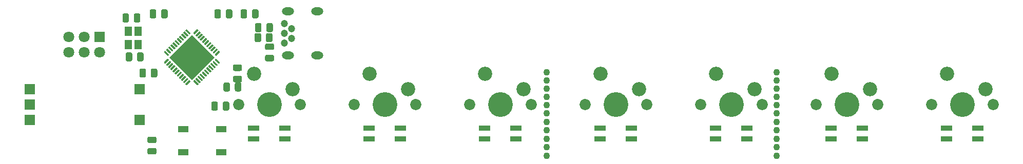
<source format=gbr>
%TF.GenerationSoftware,KiCad,Pcbnew,(5.1.6)-1*%
%TF.CreationDate,2022-02-11T00:07:08-06:00*%
%TF.ProjectId,Pikatea Macropad GB4,50696b61-7465-4612-904d-6163726f7061,rev?*%
%TF.SameCoordinates,Original*%
%TF.FileFunction,Soldermask,Top*%
%TF.FilePolarity,Negative*%
%FSLAX46Y46*%
G04 Gerber Fmt 4.6, Leading zero omitted, Abs format (unit mm)*
G04 Created by KiCad (PCBNEW (5.1.6)-1) date 2022-02-11 00:07:08*
%MOMM*%
%LPD*%
G01*
G04 APERTURE LIST*
%ADD10R,1.900000X0.920000*%
%ADD11C,1.100000*%
%ADD12C,2.350000*%
%ADD13C,4.087800*%
%ADD14C,1.850000*%
%ADD15C,0.100000*%
%ADD16C,1.800000*%
%ADD17R,1.800000X1.800000*%
%ADD18R,1.800000X1.100000*%
%ADD19O,2.000000X1.300000*%
%ADD20C,1.200000*%
%ADD21R,1.300000X1.500000*%
G04 APERTURE END LIST*
D10*
%TO.C,D5*%
X209650000Y-108770000D03*
X204450000Y-110570000D03*
X204450000Y-108770000D03*
X209650000Y-110570000D03*
%TD*%
%TO.C,D7*%
X247750000Y-108770000D03*
X242550000Y-110570000D03*
X242550000Y-108770000D03*
X247750000Y-110570000D03*
%TD*%
%TO.C,D6*%
X228700000Y-108770000D03*
X223500000Y-110570000D03*
X223500000Y-108770000D03*
X228700000Y-110570000D03*
%TD*%
%TO.C,D4*%
X190600000Y-108770000D03*
X185400000Y-110570000D03*
X185400000Y-108770000D03*
X190600000Y-110570000D03*
%TD*%
%TO.C,D3*%
X171550000Y-108770000D03*
X166350000Y-110570000D03*
X166350000Y-108770000D03*
X171550000Y-110570000D03*
%TD*%
%TO.C,D2*%
X152500000Y-108770000D03*
X147300000Y-110570000D03*
X147300000Y-108770000D03*
X152500000Y-110570000D03*
%TD*%
%TO.C,D1*%
X133450000Y-108770000D03*
X128250000Y-110570000D03*
X128250000Y-108770000D03*
X133450000Y-110570000D03*
%TD*%
D11*
%TO.C,J4*%
X214550000Y-113350000D03*
X214550000Y-99600000D03*
X214550000Y-100950000D03*
X214550000Y-102300000D03*
X214550000Y-103650000D03*
X214550000Y-105000000D03*
X214550000Y-111950000D03*
X214550000Y-110550000D03*
X214550000Y-109150000D03*
X214550000Y-107750000D03*
X214550000Y-106350000D03*
%TD*%
%TO.C,J3*%
X176600000Y-113350000D03*
X176600000Y-99600000D03*
X176600000Y-100950000D03*
X176600000Y-102300000D03*
X176600000Y-103650000D03*
X176600000Y-105000000D03*
X176600000Y-111950000D03*
X176600000Y-110550000D03*
X176600000Y-109150000D03*
X176600000Y-107750000D03*
X176600000Y-106350000D03*
%TD*%
D12*
%TO.C,MX7*%
X242610000Y-99840000D03*
D13*
X245150000Y-104920000D03*
D12*
X248960000Y-102380000D03*
D14*
X250230000Y-104920000D03*
X240070000Y-104920000D03*
%TD*%
D12*
%TO.C,MX6*%
X223560000Y-99840000D03*
D13*
X226100000Y-104920000D03*
D12*
X229910000Y-102380000D03*
D14*
X231180000Y-104920000D03*
X221020000Y-104920000D03*
%TD*%
%TO.C,R5*%
G36*
G01*
X129500000Y-93368750D02*
X129500000Y-94331250D01*
G75*
G02*
X129231250Y-94600000I-268750J0D01*
G01*
X128693750Y-94600000D01*
G75*
G02*
X128425000Y-94331250I0J268750D01*
G01*
X128425000Y-93368750D01*
G75*
G02*
X128693750Y-93100000I268750J0D01*
G01*
X129231250Y-93100000D01*
G75*
G02*
X129500000Y-93368750I0J-268750D01*
G01*
G37*
G36*
G01*
X131375000Y-93368750D02*
X131375000Y-94331250D01*
G75*
G02*
X131106250Y-94600000I-268750J0D01*
G01*
X130568750Y-94600000D01*
G75*
G02*
X130300000Y-94331250I0J268750D01*
G01*
X130300000Y-93368750D01*
G75*
G02*
X130568750Y-93100000I268750J0D01*
G01*
X131106250Y-93100000D01*
G75*
G02*
X131375000Y-93368750I0J-268750D01*
G01*
G37*
%TD*%
%TO.C,R4*%
G36*
G01*
X129562500Y-91708750D02*
X129562500Y-92671250D01*
G75*
G02*
X129293750Y-92940000I-268750J0D01*
G01*
X128756250Y-92940000D01*
G75*
G02*
X128487500Y-92671250I0J268750D01*
G01*
X128487500Y-91708750D01*
G75*
G02*
X128756250Y-91440000I268750J0D01*
G01*
X129293750Y-91440000D01*
G75*
G02*
X129562500Y-91708750I0J-268750D01*
G01*
G37*
G36*
G01*
X131437500Y-91708750D02*
X131437500Y-92671250D01*
G75*
G02*
X131168750Y-92940000I-268750J0D01*
G01*
X130631250Y-92940000D01*
G75*
G02*
X130362500Y-92671250I0J268750D01*
G01*
X130362500Y-91708750D01*
G75*
G02*
X130631250Y-91440000I268750J0D01*
G01*
X131168750Y-91440000D01*
G75*
G02*
X131437500Y-91708750I0J-268750D01*
G01*
G37*
%TD*%
%TO.C,R3*%
G36*
G01*
X111024750Y-112081500D02*
X111987250Y-112081500D01*
G75*
G02*
X112256000Y-112350250I0J-268750D01*
G01*
X112256000Y-112887750D01*
G75*
G02*
X111987250Y-113156500I-268750J0D01*
G01*
X111024750Y-113156500D01*
G75*
G02*
X110756000Y-112887750I0J268750D01*
G01*
X110756000Y-112350250D01*
G75*
G02*
X111024750Y-112081500I268750J0D01*
G01*
G37*
G36*
G01*
X111024750Y-110206500D02*
X111987250Y-110206500D01*
G75*
G02*
X112256000Y-110475250I0J-268750D01*
G01*
X112256000Y-111012750D01*
G75*
G02*
X111987250Y-111281500I-268750J0D01*
G01*
X111024750Y-111281500D01*
G75*
G02*
X110756000Y-111012750I0J268750D01*
G01*
X110756000Y-110475250D01*
G75*
G02*
X111024750Y-110206500I268750J0D01*
G01*
G37*
%TD*%
%TO.C,C10*%
G36*
G01*
X125162500Y-102481250D02*
X125162500Y-101518750D01*
G75*
G02*
X125431250Y-101250000I268750J0D01*
G01*
X125968750Y-101250000D01*
G75*
G02*
X126237500Y-101518750I0J-268750D01*
G01*
X126237500Y-102481250D01*
G75*
G02*
X125968750Y-102750000I-268750J0D01*
G01*
X125431250Y-102750000D01*
G75*
G02*
X125162500Y-102481250I0J268750D01*
G01*
G37*
G36*
G01*
X123287500Y-102481250D02*
X123287500Y-101518750D01*
G75*
G02*
X123556250Y-101250000I268750J0D01*
G01*
X124093750Y-101250000D01*
G75*
G02*
X124362500Y-101518750I0J-268750D01*
G01*
X124362500Y-102481250D01*
G75*
G02*
X124093750Y-102750000I-268750J0D01*
G01*
X123556250Y-102750000D01*
G75*
G02*
X123287500Y-102481250I0J268750D01*
G01*
G37*
%TD*%
%TO.C,C9*%
G36*
G01*
X127986500Y-90397250D02*
X127986500Y-89434750D01*
G75*
G02*
X128255250Y-89166000I268750J0D01*
G01*
X128792750Y-89166000D01*
G75*
G02*
X129061500Y-89434750I0J-268750D01*
G01*
X129061500Y-90397250D01*
G75*
G02*
X128792750Y-90666000I-268750J0D01*
G01*
X128255250Y-90666000D01*
G75*
G02*
X127986500Y-90397250I0J268750D01*
G01*
G37*
G36*
G01*
X126111500Y-90397250D02*
X126111500Y-89434750D01*
G75*
G02*
X126380250Y-89166000I268750J0D01*
G01*
X126917750Y-89166000D01*
G75*
G02*
X127186500Y-89434750I0J-268750D01*
G01*
X127186500Y-90397250D01*
G75*
G02*
X126917750Y-90666000I-268750J0D01*
G01*
X126380250Y-90666000D01*
G75*
G02*
X126111500Y-90397250I0J268750D01*
G01*
G37*
%TD*%
%TO.C,C8*%
G36*
G01*
X108500000Y-91081250D02*
X108500000Y-90118750D01*
G75*
G02*
X108768750Y-89850000I268750J0D01*
G01*
X109306250Y-89850000D01*
G75*
G02*
X109575000Y-90118750I0J-268750D01*
G01*
X109575000Y-91081250D01*
G75*
G02*
X109306250Y-91350000I-268750J0D01*
G01*
X108768750Y-91350000D01*
G75*
G02*
X108500000Y-91081250I0J268750D01*
G01*
G37*
G36*
G01*
X106625000Y-91081250D02*
X106625000Y-90118750D01*
G75*
G02*
X106893750Y-89850000I268750J0D01*
G01*
X107431250Y-89850000D01*
G75*
G02*
X107700000Y-90118750I0J-268750D01*
G01*
X107700000Y-91081250D01*
G75*
G02*
X107431250Y-91350000I-268750J0D01*
G01*
X106893750Y-91350000D01*
G75*
G02*
X106625000Y-91081250I0J268750D01*
G01*
G37*
%TD*%
%TO.C,C7*%
G36*
G01*
X108233500Y-96546750D02*
X108233500Y-97509250D01*
G75*
G02*
X107964750Y-97778000I-268750J0D01*
G01*
X107427250Y-97778000D01*
G75*
G02*
X107158500Y-97509250I0J268750D01*
G01*
X107158500Y-96546750D01*
G75*
G02*
X107427250Y-96278000I268750J0D01*
G01*
X107964750Y-96278000D01*
G75*
G02*
X108233500Y-96546750I0J-268750D01*
G01*
G37*
G36*
G01*
X110108500Y-96546750D02*
X110108500Y-97509250D01*
G75*
G02*
X109839750Y-97778000I-268750J0D01*
G01*
X109302250Y-97778000D01*
G75*
G02*
X109033500Y-97509250I0J268750D01*
G01*
X109033500Y-96546750D01*
G75*
G02*
X109302250Y-96278000I268750J0D01*
G01*
X109839750Y-96278000D01*
G75*
G02*
X110108500Y-96546750I0J-268750D01*
G01*
G37*
%TD*%
%TO.C,C5*%
G36*
G01*
X123160500Y-105637250D02*
X123160500Y-104674750D01*
G75*
G02*
X123429250Y-104406000I268750J0D01*
G01*
X123966750Y-104406000D01*
G75*
G02*
X124235500Y-104674750I0J-268750D01*
G01*
X124235500Y-105637250D01*
G75*
G02*
X123966750Y-105906000I-268750J0D01*
G01*
X123429250Y-105906000D01*
G75*
G02*
X123160500Y-105637250I0J268750D01*
G01*
G37*
G36*
G01*
X121285500Y-105637250D02*
X121285500Y-104674750D01*
G75*
G02*
X121554250Y-104406000I268750J0D01*
G01*
X122091750Y-104406000D01*
G75*
G02*
X122360500Y-104674750I0J-268750D01*
G01*
X122360500Y-105637250D01*
G75*
G02*
X122091750Y-105906000I-268750J0D01*
G01*
X121554250Y-105906000D01*
G75*
G02*
X121285500Y-105637250I0J268750D01*
G01*
G37*
%TD*%
%TO.C,C4*%
G36*
G01*
X126081250Y-99362500D02*
X125118750Y-99362500D01*
G75*
G02*
X124850000Y-99093750I0J268750D01*
G01*
X124850000Y-98556250D01*
G75*
G02*
X125118750Y-98287500I268750J0D01*
G01*
X126081250Y-98287500D01*
G75*
G02*
X126350000Y-98556250I0J-268750D01*
G01*
X126350000Y-99093750D01*
G75*
G02*
X126081250Y-99362500I-268750J0D01*
G01*
G37*
G36*
G01*
X126081250Y-101237500D02*
X125118750Y-101237500D01*
G75*
G02*
X124850000Y-100968750I0J268750D01*
G01*
X124850000Y-100431250D01*
G75*
G02*
X125118750Y-100162500I268750J0D01*
G01*
X126081250Y-100162500D01*
G75*
G02*
X126350000Y-100431250I0J-268750D01*
G01*
X126350000Y-100968750D01*
G75*
G02*
X126081250Y-101237500I-268750J0D01*
G01*
G37*
%TD*%
%TO.C,C3*%
G36*
G01*
X110512500Y-99218750D02*
X110512500Y-100181250D01*
G75*
G02*
X110243750Y-100450000I-268750J0D01*
G01*
X109706250Y-100450000D01*
G75*
G02*
X109437500Y-100181250I0J268750D01*
G01*
X109437500Y-99218750D01*
G75*
G02*
X109706250Y-98950000I268750J0D01*
G01*
X110243750Y-98950000D01*
G75*
G02*
X110512500Y-99218750I0J-268750D01*
G01*
G37*
G36*
G01*
X112387500Y-99218750D02*
X112387500Y-100181250D01*
G75*
G02*
X112118750Y-100450000I-268750J0D01*
G01*
X111581250Y-100450000D01*
G75*
G02*
X111312500Y-100181250I0J268750D01*
G01*
X111312500Y-99218750D01*
G75*
G02*
X111581250Y-98950000I268750J0D01*
G01*
X112118750Y-98950000D01*
G75*
G02*
X112387500Y-99218750I0J-268750D01*
G01*
G37*
%TD*%
%TO.C,C2*%
G36*
G01*
X123668500Y-90397250D02*
X123668500Y-89434750D01*
G75*
G02*
X123937250Y-89166000I268750J0D01*
G01*
X124474750Y-89166000D01*
G75*
G02*
X124743500Y-89434750I0J-268750D01*
G01*
X124743500Y-90397250D01*
G75*
G02*
X124474750Y-90666000I-268750J0D01*
G01*
X123937250Y-90666000D01*
G75*
G02*
X123668500Y-90397250I0J268750D01*
G01*
G37*
G36*
G01*
X121793500Y-90397250D02*
X121793500Y-89434750D01*
G75*
G02*
X122062250Y-89166000I268750J0D01*
G01*
X122599750Y-89166000D01*
G75*
G02*
X122868500Y-89434750I0J-268750D01*
G01*
X122868500Y-90397250D01*
G75*
G02*
X122599750Y-90666000I-268750J0D01*
G01*
X122062250Y-90666000D01*
G75*
G02*
X121793500Y-90397250I0J268750D01*
G01*
G37*
%TD*%
%TO.C,C1*%
G36*
G01*
X112200500Y-89434750D02*
X112200500Y-90397250D01*
G75*
G02*
X111931750Y-90666000I-268750J0D01*
G01*
X111394250Y-90666000D01*
G75*
G02*
X111125500Y-90397250I0J268750D01*
G01*
X111125500Y-89434750D01*
G75*
G02*
X111394250Y-89166000I268750J0D01*
G01*
X111931750Y-89166000D01*
G75*
G02*
X112200500Y-89434750I0J-268750D01*
G01*
G37*
G36*
G01*
X114075500Y-89434750D02*
X114075500Y-90397250D01*
G75*
G02*
X113806750Y-90666000I-268750J0D01*
G01*
X113269250Y-90666000D01*
G75*
G02*
X113000500Y-90397250I0J268750D01*
G01*
X113000500Y-89434750D01*
G75*
G02*
X113269250Y-89166000I268750J0D01*
G01*
X113806750Y-89166000D01*
G75*
G02*
X114075500Y-89434750I0J-268750D01*
G01*
G37*
%TD*%
%TO.C,C6*%
G36*
G01*
X130418750Y-94812500D02*
X131381250Y-94812500D01*
G75*
G02*
X131650000Y-95081250I0J-268750D01*
G01*
X131650000Y-95618750D01*
G75*
G02*
X131381250Y-95887500I-268750J0D01*
G01*
X130418750Y-95887500D01*
G75*
G02*
X130150000Y-95618750I0J268750D01*
G01*
X130150000Y-95081250D01*
G75*
G02*
X130418750Y-94812500I268750J0D01*
G01*
G37*
G36*
G01*
X130418750Y-96687500D02*
X131381250Y-96687500D01*
G75*
G02*
X131650000Y-96956250I0J-268750D01*
G01*
X131650000Y-97493750D01*
G75*
G02*
X131381250Y-97762500I-268750J0D01*
G01*
X130418750Y-97762500D01*
G75*
G02*
X130150000Y-97493750I0J268750D01*
G01*
X130150000Y-96956250D01*
G75*
G02*
X130418750Y-96687500I268750J0D01*
G01*
G37*
%TD*%
D15*
%TO.C,U1*%
G36*
X118090000Y-93377689D02*
G01*
X121802311Y-97090000D01*
X118090000Y-100802311D01*
X114377689Y-97090000D01*
X118090000Y-93377689D01*
G37*
G36*
G01*
X122129348Y-97346327D02*
X122695034Y-97912012D01*
G75*
G02*
X122695034Y-98035756I-61872J-61872D01*
G01*
X122571290Y-98159500D01*
G75*
G02*
X122447546Y-98159500I-61872J61872D01*
G01*
X121881860Y-97593814D01*
G75*
G02*
X121881860Y-97470070I61872J61872D01*
G01*
X122005604Y-97346326D01*
G75*
G02*
X122129348Y-97346326I61872J-61872D01*
G01*
G37*
G36*
G01*
X121775794Y-97699880D02*
X122341480Y-98265565D01*
G75*
G02*
X122341480Y-98389309I-61872J-61872D01*
G01*
X122217736Y-98513053D01*
G75*
G02*
X122093992Y-98513053I-61872J61872D01*
G01*
X121528306Y-97947367D01*
G75*
G02*
X121528306Y-97823623I61872J61872D01*
G01*
X121652050Y-97699879D01*
G75*
G02*
X121775794Y-97699879I61872J-61872D01*
G01*
G37*
G36*
G01*
X121422241Y-98053433D02*
X121987927Y-98619118D01*
G75*
G02*
X121987927Y-98742862I-61872J-61872D01*
G01*
X121864183Y-98866606D01*
G75*
G02*
X121740439Y-98866606I-61872J61872D01*
G01*
X121174753Y-98300920D01*
G75*
G02*
X121174753Y-98177176I61872J61872D01*
G01*
X121298497Y-98053432D01*
G75*
G02*
X121422241Y-98053432I61872J-61872D01*
G01*
G37*
G36*
G01*
X121068687Y-98406987D02*
X121634373Y-98972672D01*
G75*
G02*
X121634373Y-99096416I-61872J-61872D01*
G01*
X121510629Y-99220160D01*
G75*
G02*
X121386885Y-99220160I-61872J61872D01*
G01*
X120821199Y-98654474D01*
G75*
G02*
X120821199Y-98530730I61872J61872D01*
G01*
X120944943Y-98406986D01*
G75*
G02*
X121068687Y-98406986I61872J-61872D01*
G01*
G37*
G36*
G01*
X120715134Y-98760540D02*
X121280820Y-99326225D01*
G75*
G02*
X121280820Y-99449969I-61872J-61872D01*
G01*
X121157076Y-99573713D01*
G75*
G02*
X121033332Y-99573713I-61872J61872D01*
G01*
X120467646Y-99008027D01*
G75*
G02*
X120467646Y-98884283I61872J61872D01*
G01*
X120591390Y-98760539D01*
G75*
G02*
X120715134Y-98760539I61872J-61872D01*
G01*
G37*
G36*
G01*
X120361581Y-99114094D02*
X120927267Y-99679779D01*
G75*
G02*
X120927267Y-99803523I-61872J-61872D01*
G01*
X120803523Y-99927267D01*
G75*
G02*
X120679779Y-99927267I-61872J61872D01*
G01*
X120114093Y-99361581D01*
G75*
G02*
X120114093Y-99237837I61872J61872D01*
G01*
X120237837Y-99114093D01*
G75*
G02*
X120361581Y-99114093I61872J-61872D01*
G01*
G37*
G36*
G01*
X120008027Y-99467647D02*
X120573713Y-100033332D01*
G75*
G02*
X120573713Y-100157076I-61872J-61872D01*
G01*
X120449969Y-100280820D01*
G75*
G02*
X120326225Y-100280820I-61872J61872D01*
G01*
X119760539Y-99715134D01*
G75*
G02*
X119760539Y-99591390I61872J61872D01*
G01*
X119884283Y-99467646D01*
G75*
G02*
X120008027Y-99467646I61872J-61872D01*
G01*
G37*
G36*
G01*
X119654474Y-99821200D02*
X120220160Y-100386885D01*
G75*
G02*
X120220160Y-100510629I-61872J-61872D01*
G01*
X120096416Y-100634373D01*
G75*
G02*
X119972672Y-100634373I-61872J61872D01*
G01*
X119406986Y-100068687D01*
G75*
G02*
X119406986Y-99944943I61872J61872D01*
G01*
X119530730Y-99821199D01*
G75*
G02*
X119654474Y-99821199I61872J-61872D01*
G01*
G37*
G36*
G01*
X119300920Y-100174754D02*
X119866606Y-100740439D01*
G75*
G02*
X119866606Y-100864183I-61872J-61872D01*
G01*
X119742862Y-100987927D01*
G75*
G02*
X119619118Y-100987927I-61872J61872D01*
G01*
X119053432Y-100422241D01*
G75*
G02*
X119053432Y-100298497I61872J61872D01*
G01*
X119177176Y-100174753D01*
G75*
G02*
X119300920Y-100174753I61872J-61872D01*
G01*
G37*
G36*
G01*
X118947367Y-100528307D02*
X119513053Y-101093992D01*
G75*
G02*
X119513053Y-101217736I-61872J-61872D01*
G01*
X119389309Y-101341480D01*
G75*
G02*
X119265565Y-101341480I-61872J61872D01*
G01*
X118699879Y-100775794D01*
G75*
G02*
X118699879Y-100652050I61872J61872D01*
G01*
X118823623Y-100528306D01*
G75*
G02*
X118947367Y-100528306I61872J-61872D01*
G01*
G37*
G36*
G01*
X118593814Y-100881861D02*
X119159500Y-101447546D01*
G75*
G02*
X119159500Y-101571290I-61872J-61872D01*
G01*
X119035756Y-101695034D01*
G75*
G02*
X118912012Y-101695034I-61872J61872D01*
G01*
X118346326Y-101129348D01*
G75*
G02*
X118346326Y-101005604I61872J61872D01*
G01*
X118470070Y-100881860D01*
G75*
G02*
X118593814Y-100881860I61872J-61872D01*
G01*
G37*
G36*
G01*
X117709930Y-100881861D02*
X117833674Y-101005604D01*
G75*
G02*
X117833674Y-101129348I-61872J-61872D01*
G01*
X117267988Y-101695034D01*
G75*
G02*
X117144244Y-101695034I-61872J61872D01*
G01*
X117020500Y-101571290D01*
G75*
G02*
X117020500Y-101447546I61872J61872D01*
G01*
X117586186Y-100881860D01*
G75*
G02*
X117709930Y-100881860I61872J-61872D01*
G01*
G37*
G36*
G01*
X117356377Y-100528307D02*
X117480121Y-100652050D01*
G75*
G02*
X117480121Y-100775794I-61872J-61872D01*
G01*
X116914435Y-101341480D01*
G75*
G02*
X116790691Y-101341480I-61872J61872D01*
G01*
X116666947Y-101217736D01*
G75*
G02*
X116666947Y-101093992I61872J61872D01*
G01*
X117232633Y-100528306D01*
G75*
G02*
X117356377Y-100528306I61872J-61872D01*
G01*
G37*
G36*
G01*
X117002824Y-100174754D02*
X117126568Y-100298497D01*
G75*
G02*
X117126568Y-100422241I-61872J-61872D01*
G01*
X116560882Y-100987927D01*
G75*
G02*
X116437138Y-100987927I-61872J61872D01*
G01*
X116313394Y-100864183D01*
G75*
G02*
X116313394Y-100740439I61872J61872D01*
G01*
X116879080Y-100174753D01*
G75*
G02*
X117002824Y-100174753I61872J-61872D01*
G01*
G37*
G36*
G01*
X116649270Y-99821200D02*
X116773014Y-99944943D01*
G75*
G02*
X116773014Y-100068687I-61872J-61872D01*
G01*
X116207328Y-100634373D01*
G75*
G02*
X116083584Y-100634373I-61872J61872D01*
G01*
X115959840Y-100510629D01*
G75*
G02*
X115959840Y-100386885I61872J61872D01*
G01*
X116525526Y-99821199D01*
G75*
G02*
X116649270Y-99821199I61872J-61872D01*
G01*
G37*
G36*
G01*
X116295717Y-99467647D02*
X116419461Y-99591390D01*
G75*
G02*
X116419461Y-99715134I-61872J-61872D01*
G01*
X115853775Y-100280820D01*
G75*
G02*
X115730031Y-100280820I-61872J61872D01*
G01*
X115606287Y-100157076D01*
G75*
G02*
X115606287Y-100033332I61872J61872D01*
G01*
X116171973Y-99467646D01*
G75*
G02*
X116295717Y-99467646I61872J-61872D01*
G01*
G37*
G36*
G01*
X115942163Y-99114094D02*
X116065907Y-99237837D01*
G75*
G02*
X116065907Y-99361581I-61872J-61872D01*
G01*
X115500221Y-99927267D01*
G75*
G02*
X115376477Y-99927267I-61872J61872D01*
G01*
X115252733Y-99803523D01*
G75*
G02*
X115252733Y-99679779I61872J61872D01*
G01*
X115818419Y-99114093D01*
G75*
G02*
X115942163Y-99114093I61872J-61872D01*
G01*
G37*
G36*
G01*
X115588610Y-98760540D02*
X115712354Y-98884283D01*
G75*
G02*
X115712354Y-99008027I-61872J-61872D01*
G01*
X115146668Y-99573713D01*
G75*
G02*
X115022924Y-99573713I-61872J61872D01*
G01*
X114899180Y-99449969D01*
G75*
G02*
X114899180Y-99326225I61872J61872D01*
G01*
X115464866Y-98760539D01*
G75*
G02*
X115588610Y-98760539I61872J-61872D01*
G01*
G37*
G36*
G01*
X115235057Y-98406987D02*
X115358801Y-98530730D01*
G75*
G02*
X115358801Y-98654474I-61872J-61872D01*
G01*
X114793115Y-99220160D01*
G75*
G02*
X114669371Y-99220160I-61872J61872D01*
G01*
X114545627Y-99096416D01*
G75*
G02*
X114545627Y-98972672I61872J61872D01*
G01*
X115111313Y-98406986D01*
G75*
G02*
X115235057Y-98406986I61872J-61872D01*
G01*
G37*
G36*
G01*
X114881503Y-98053433D02*
X115005247Y-98177176D01*
G75*
G02*
X115005247Y-98300920I-61872J-61872D01*
G01*
X114439561Y-98866606D01*
G75*
G02*
X114315817Y-98866606I-61872J61872D01*
G01*
X114192073Y-98742862D01*
G75*
G02*
X114192073Y-98619118I61872J61872D01*
G01*
X114757759Y-98053432D01*
G75*
G02*
X114881503Y-98053432I61872J-61872D01*
G01*
G37*
G36*
G01*
X114527950Y-97699880D02*
X114651694Y-97823623D01*
G75*
G02*
X114651694Y-97947367I-61872J-61872D01*
G01*
X114086008Y-98513053D01*
G75*
G02*
X113962264Y-98513053I-61872J61872D01*
G01*
X113838520Y-98389309D01*
G75*
G02*
X113838520Y-98265565I61872J61872D01*
G01*
X114404206Y-97699879D01*
G75*
G02*
X114527950Y-97699879I61872J-61872D01*
G01*
G37*
G36*
G01*
X114174396Y-97346327D02*
X114298140Y-97470070D01*
G75*
G02*
X114298140Y-97593814I-61872J-61872D01*
G01*
X113732454Y-98159500D01*
G75*
G02*
X113608710Y-98159500I-61872J61872D01*
G01*
X113484966Y-98035756D01*
G75*
G02*
X113484966Y-97912012I61872J61872D01*
G01*
X114050652Y-97346326D01*
G75*
G02*
X114174396Y-97346326I61872J-61872D01*
G01*
G37*
G36*
G01*
X113732454Y-96020501D02*
X114298140Y-96586186D01*
G75*
G02*
X114298140Y-96709930I-61872J-61872D01*
G01*
X114174396Y-96833674D01*
G75*
G02*
X114050652Y-96833674I-61872J61872D01*
G01*
X113484966Y-96267988D01*
G75*
G02*
X113484966Y-96144244I61872J61872D01*
G01*
X113608710Y-96020500D01*
G75*
G02*
X113732454Y-96020500I61872J-61872D01*
G01*
G37*
G36*
G01*
X114086008Y-95666948D02*
X114651694Y-96232633D01*
G75*
G02*
X114651694Y-96356377I-61872J-61872D01*
G01*
X114527950Y-96480121D01*
G75*
G02*
X114404206Y-96480121I-61872J61872D01*
G01*
X113838520Y-95914435D01*
G75*
G02*
X113838520Y-95790691I61872J61872D01*
G01*
X113962264Y-95666947D01*
G75*
G02*
X114086008Y-95666947I61872J-61872D01*
G01*
G37*
G36*
G01*
X114439561Y-95313395D02*
X115005247Y-95879080D01*
G75*
G02*
X115005247Y-96002824I-61872J-61872D01*
G01*
X114881503Y-96126568D01*
G75*
G02*
X114757759Y-96126568I-61872J61872D01*
G01*
X114192073Y-95560882D01*
G75*
G02*
X114192073Y-95437138I61872J61872D01*
G01*
X114315817Y-95313394D01*
G75*
G02*
X114439561Y-95313394I61872J-61872D01*
G01*
G37*
G36*
G01*
X114793115Y-94959841D02*
X115358801Y-95525526D01*
G75*
G02*
X115358801Y-95649270I-61872J-61872D01*
G01*
X115235057Y-95773014D01*
G75*
G02*
X115111313Y-95773014I-61872J61872D01*
G01*
X114545627Y-95207328D01*
G75*
G02*
X114545627Y-95083584I61872J61872D01*
G01*
X114669371Y-94959840D01*
G75*
G02*
X114793115Y-94959840I61872J-61872D01*
G01*
G37*
G36*
G01*
X115146668Y-94606288D02*
X115712354Y-95171973D01*
G75*
G02*
X115712354Y-95295717I-61872J-61872D01*
G01*
X115588610Y-95419461D01*
G75*
G02*
X115464866Y-95419461I-61872J61872D01*
G01*
X114899180Y-94853775D01*
G75*
G02*
X114899180Y-94730031I61872J61872D01*
G01*
X115022924Y-94606287D01*
G75*
G02*
X115146668Y-94606287I61872J-61872D01*
G01*
G37*
G36*
G01*
X115500221Y-94252734D02*
X116065907Y-94818419D01*
G75*
G02*
X116065907Y-94942163I-61872J-61872D01*
G01*
X115942163Y-95065907D01*
G75*
G02*
X115818419Y-95065907I-61872J61872D01*
G01*
X115252733Y-94500221D01*
G75*
G02*
X115252733Y-94376477I61872J61872D01*
G01*
X115376477Y-94252733D01*
G75*
G02*
X115500221Y-94252733I61872J-61872D01*
G01*
G37*
G36*
G01*
X115853775Y-93899181D02*
X116419461Y-94464866D01*
G75*
G02*
X116419461Y-94588610I-61872J-61872D01*
G01*
X116295717Y-94712354D01*
G75*
G02*
X116171973Y-94712354I-61872J61872D01*
G01*
X115606287Y-94146668D01*
G75*
G02*
X115606287Y-94022924I61872J61872D01*
G01*
X115730031Y-93899180D01*
G75*
G02*
X115853775Y-93899180I61872J-61872D01*
G01*
G37*
G36*
G01*
X116207328Y-93545628D02*
X116773014Y-94111313D01*
G75*
G02*
X116773014Y-94235057I-61872J-61872D01*
G01*
X116649270Y-94358801D01*
G75*
G02*
X116525526Y-94358801I-61872J61872D01*
G01*
X115959840Y-93793115D01*
G75*
G02*
X115959840Y-93669371I61872J61872D01*
G01*
X116083584Y-93545627D01*
G75*
G02*
X116207328Y-93545627I61872J-61872D01*
G01*
G37*
G36*
G01*
X116560882Y-93192074D02*
X117126568Y-93757759D01*
G75*
G02*
X117126568Y-93881503I-61872J-61872D01*
G01*
X117002824Y-94005247D01*
G75*
G02*
X116879080Y-94005247I-61872J61872D01*
G01*
X116313394Y-93439561D01*
G75*
G02*
X116313394Y-93315817I61872J61872D01*
G01*
X116437138Y-93192073D01*
G75*
G02*
X116560882Y-93192073I61872J-61872D01*
G01*
G37*
G36*
G01*
X116914435Y-92838521D02*
X117480121Y-93404206D01*
G75*
G02*
X117480121Y-93527950I-61872J-61872D01*
G01*
X117356377Y-93651694D01*
G75*
G02*
X117232633Y-93651694I-61872J61872D01*
G01*
X116666947Y-93086008D01*
G75*
G02*
X116666947Y-92962264I61872J61872D01*
G01*
X116790691Y-92838520D01*
G75*
G02*
X116914435Y-92838520I61872J-61872D01*
G01*
G37*
G36*
G01*
X117267988Y-92484967D02*
X117833674Y-93050652D01*
G75*
G02*
X117833674Y-93174396I-61872J-61872D01*
G01*
X117709930Y-93298140D01*
G75*
G02*
X117586186Y-93298140I-61872J61872D01*
G01*
X117020500Y-92732454D01*
G75*
G02*
X117020500Y-92608710I61872J61872D01*
G01*
X117144244Y-92484966D01*
G75*
G02*
X117267988Y-92484966I61872J-61872D01*
G01*
G37*
G36*
G01*
X119035756Y-92484967D02*
X119159500Y-92608710D01*
G75*
G02*
X119159500Y-92732454I-61872J-61872D01*
G01*
X118593814Y-93298140D01*
G75*
G02*
X118470070Y-93298140I-61872J61872D01*
G01*
X118346326Y-93174396D01*
G75*
G02*
X118346326Y-93050652I61872J61872D01*
G01*
X118912012Y-92484966D01*
G75*
G02*
X119035756Y-92484966I61872J-61872D01*
G01*
G37*
G36*
G01*
X119389309Y-92838521D02*
X119513053Y-92962264D01*
G75*
G02*
X119513053Y-93086008I-61872J-61872D01*
G01*
X118947367Y-93651694D01*
G75*
G02*
X118823623Y-93651694I-61872J61872D01*
G01*
X118699879Y-93527950D01*
G75*
G02*
X118699879Y-93404206I61872J61872D01*
G01*
X119265565Y-92838520D01*
G75*
G02*
X119389309Y-92838520I61872J-61872D01*
G01*
G37*
G36*
G01*
X119742862Y-93192074D02*
X119866606Y-93315817D01*
G75*
G02*
X119866606Y-93439561I-61872J-61872D01*
G01*
X119300920Y-94005247D01*
G75*
G02*
X119177176Y-94005247I-61872J61872D01*
G01*
X119053432Y-93881503D01*
G75*
G02*
X119053432Y-93757759I61872J61872D01*
G01*
X119619118Y-93192073D01*
G75*
G02*
X119742862Y-93192073I61872J-61872D01*
G01*
G37*
G36*
G01*
X120096416Y-93545628D02*
X120220160Y-93669371D01*
G75*
G02*
X120220160Y-93793115I-61872J-61872D01*
G01*
X119654474Y-94358801D01*
G75*
G02*
X119530730Y-94358801I-61872J61872D01*
G01*
X119406986Y-94235057D01*
G75*
G02*
X119406986Y-94111313I61872J61872D01*
G01*
X119972672Y-93545627D01*
G75*
G02*
X120096416Y-93545627I61872J-61872D01*
G01*
G37*
G36*
G01*
X120449969Y-93899181D02*
X120573713Y-94022924D01*
G75*
G02*
X120573713Y-94146668I-61872J-61872D01*
G01*
X120008027Y-94712354D01*
G75*
G02*
X119884283Y-94712354I-61872J61872D01*
G01*
X119760539Y-94588610D01*
G75*
G02*
X119760539Y-94464866I61872J61872D01*
G01*
X120326225Y-93899180D01*
G75*
G02*
X120449969Y-93899180I61872J-61872D01*
G01*
G37*
G36*
G01*
X120803523Y-94252734D02*
X120927267Y-94376477D01*
G75*
G02*
X120927267Y-94500221I-61872J-61872D01*
G01*
X120361581Y-95065907D01*
G75*
G02*
X120237837Y-95065907I-61872J61872D01*
G01*
X120114093Y-94942163D01*
G75*
G02*
X120114093Y-94818419I61872J61872D01*
G01*
X120679779Y-94252733D01*
G75*
G02*
X120803523Y-94252733I61872J-61872D01*
G01*
G37*
G36*
G01*
X121157076Y-94606288D02*
X121280820Y-94730031D01*
G75*
G02*
X121280820Y-94853775I-61872J-61872D01*
G01*
X120715134Y-95419461D01*
G75*
G02*
X120591390Y-95419461I-61872J61872D01*
G01*
X120467646Y-95295717D01*
G75*
G02*
X120467646Y-95171973I61872J61872D01*
G01*
X121033332Y-94606287D01*
G75*
G02*
X121157076Y-94606287I61872J-61872D01*
G01*
G37*
G36*
G01*
X121510629Y-94959841D02*
X121634373Y-95083584D01*
G75*
G02*
X121634373Y-95207328I-61872J-61872D01*
G01*
X121068687Y-95773014D01*
G75*
G02*
X120944943Y-95773014I-61872J61872D01*
G01*
X120821199Y-95649270D01*
G75*
G02*
X120821199Y-95525526I61872J61872D01*
G01*
X121386885Y-94959840D01*
G75*
G02*
X121510629Y-94959840I61872J-61872D01*
G01*
G37*
G36*
G01*
X121864183Y-95313395D02*
X121987927Y-95437138D01*
G75*
G02*
X121987927Y-95560882I-61872J-61872D01*
G01*
X121422241Y-96126568D01*
G75*
G02*
X121298497Y-96126568I-61872J61872D01*
G01*
X121174753Y-96002824D01*
G75*
G02*
X121174753Y-95879080I61872J61872D01*
G01*
X121740439Y-95313394D01*
G75*
G02*
X121864183Y-95313394I61872J-61872D01*
G01*
G37*
G36*
G01*
X122217736Y-95666948D02*
X122341480Y-95790691D01*
G75*
G02*
X122341480Y-95914435I-61872J-61872D01*
G01*
X121775794Y-96480121D01*
G75*
G02*
X121652050Y-96480121I-61872J61872D01*
G01*
X121528306Y-96356377D01*
G75*
G02*
X121528306Y-96232633I61872J61872D01*
G01*
X122093992Y-95666947D01*
G75*
G02*
X122217736Y-95666947I61872J-61872D01*
G01*
G37*
G36*
G01*
X122571290Y-96020501D02*
X122695034Y-96144244D01*
G75*
G02*
X122695034Y-96267988I-61872J-61872D01*
G01*
X122129348Y-96833674D01*
G75*
G02*
X122005604Y-96833674I-61872J61872D01*
G01*
X121881860Y-96709930D01*
G75*
G02*
X121881860Y-96586186I61872J61872D01*
G01*
X122447546Y-96020500D01*
G75*
G02*
X122571290Y-96020500I61872J-61872D01*
G01*
G37*
%TD*%
D12*
%TO.C,MX5*%
X204510000Y-99840000D03*
D13*
X207050000Y-104920000D03*
D12*
X210860000Y-102380000D03*
D14*
X212130000Y-104920000D03*
X201970000Y-104920000D03*
%TD*%
D12*
%TO.C,MX4*%
X185460000Y-99840000D03*
D13*
X188000000Y-104920000D03*
D12*
X191810000Y-102380000D03*
D14*
X193080000Y-104920000D03*
X182920000Y-104920000D03*
%TD*%
D12*
%TO.C,MX3*%
X166410000Y-99840000D03*
D13*
X168950000Y-104920000D03*
D12*
X172760000Y-102380000D03*
D14*
X174030000Y-104920000D03*
X163870000Y-104920000D03*
%TD*%
%TO.C,MX2*%
X144820000Y-104920000D03*
X154980000Y-104920000D03*
D12*
X153710000Y-102380000D03*
D13*
X149900000Y-104920000D03*
D12*
X147360000Y-99840000D03*
%TD*%
D14*
%TO.C,MX1*%
X125770000Y-104920000D03*
X135930000Y-104920000D03*
D12*
X134660000Y-102380000D03*
D13*
X130850000Y-104920000D03*
D12*
X128310000Y-99840000D03*
%TD*%
D16*
%TO.C,J1*%
X97810000Y-96240000D03*
X97810000Y-93700000D03*
X100350000Y-96240000D03*
X100350000Y-93700000D03*
X102890000Y-96240000D03*
D17*
X102890000Y-93700000D03*
%TD*%
D18*
%TO.C,SW1*%
X122936000Y-112766000D03*
X116636000Y-112766000D03*
X122936000Y-108966000D03*
X116636000Y-108966000D03*
%TD*%
D19*
%TO.C,J2*%
X133960000Y-89510000D03*
X133960000Y-96810000D03*
D20*
X133360000Y-94760000D03*
X134560000Y-93960000D03*
X133360000Y-93160000D03*
X134560000Y-92360000D03*
X133360000Y-91560000D03*
D19*
X138780000Y-96810000D03*
X138780000Y-89510000D03*
%TD*%
D21*
%TO.C,X1*%
X107620000Y-94996000D03*
X107620000Y-92796000D03*
X109220000Y-92796000D03*
X109220000Y-94996000D03*
%TD*%
D17*
%TO.C,SW2*%
X109450000Y-102360000D03*
X109450000Y-107440000D03*
X91350000Y-104900000D03*
X91350000Y-102360000D03*
X91350000Y-107440000D03*
%TD*%
M02*

</source>
